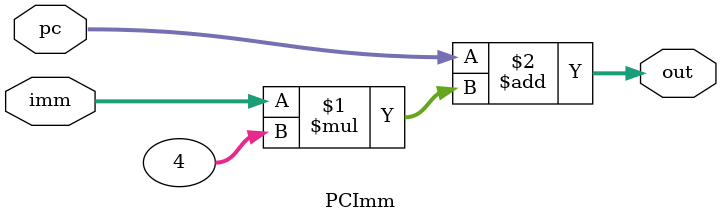
<source format=v>
module PCImm (pc, imm, out);
    input signed [31:0] pc;
    input signed [31:0] imm;
    output [31:0] out;

    assign out = pc + imm*4;

    
endmodule 
</source>
